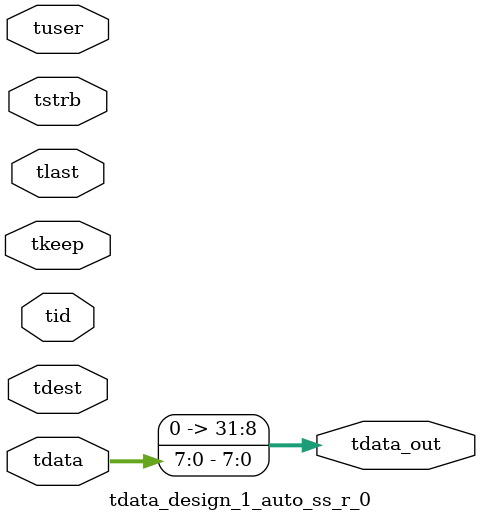
<source format=v>


`timescale 1ps/1ps

module tdata_design_1_auto_ss_r_0 #
(
parameter C_S_AXIS_TDATA_WIDTH = 32,
parameter C_S_AXIS_TUSER_WIDTH = 0,
parameter C_S_AXIS_TID_WIDTH   = 0,
parameter C_S_AXIS_TDEST_WIDTH = 0,
parameter C_M_AXIS_TDATA_WIDTH = 32
)
(
input  [(C_S_AXIS_TDATA_WIDTH == 0 ? 1 : C_S_AXIS_TDATA_WIDTH)-1:0     ] tdata,
input  [(C_S_AXIS_TUSER_WIDTH == 0 ? 1 : C_S_AXIS_TUSER_WIDTH)-1:0     ] tuser,
input  [(C_S_AXIS_TID_WIDTH   == 0 ? 1 : C_S_AXIS_TID_WIDTH)-1:0       ] tid,
input  [(C_S_AXIS_TDEST_WIDTH == 0 ? 1 : C_S_AXIS_TDEST_WIDTH)-1:0     ] tdest,
input  [(C_S_AXIS_TDATA_WIDTH/8)-1:0 ] tkeep,
input  [(C_S_AXIS_TDATA_WIDTH/8)-1:0 ] tstrb,
input                                                                    tlast,
output [C_M_AXIS_TDATA_WIDTH-1:0] tdata_out
);

assign tdata_out = {tdata[7:0]};

endmodule


</source>
